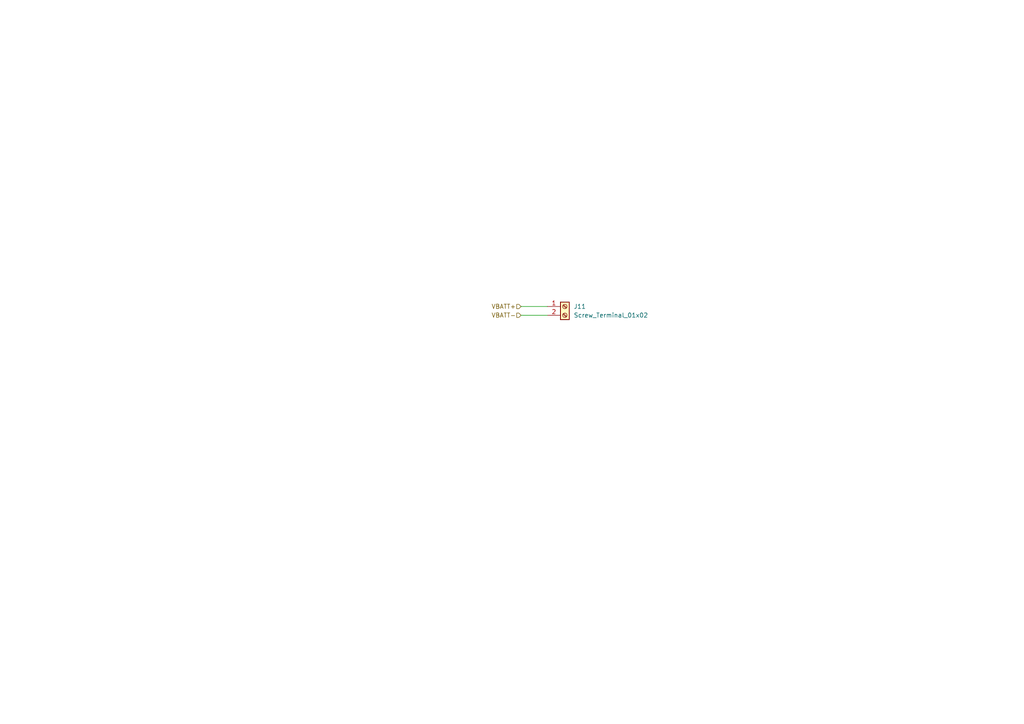
<source format=kicad_sch>
(kicad_sch (version 20231120) (generator "eeschema") (generator_version "8.0")
  (paper "A4")
  (title_block (title "2S2P Battery Config") (date "2025-01-16") (company "University of Alberta") (comment 1 "Max Schatz") (comment 2 "Steven Sager") (comment 3 "Tejas Ravish") (comment 4 "Damien Huskic"))
  (lib_symbols
    (symbol "Connector:Screw_Terminal_01x02" (pin_names (offset 1.016) hide)
      (property "Reference" "J" (at 0 2.54 0))
      (property "Value" "Screw_Terminal_01x02" (at 0 -5.08 0))
      (symbol "Screw_Terminal_01x02_1_1"
        (rectangle (start -1.27 1.27) (end 1.27 -3.81) (stroke (width 0.254)) (fill (type background)))
        (circle (center 0 -2.54) (radius 0.635) (stroke (width 0.1524)))
        (polyline (pts (xy -0.5334 -2.2098) (xy 0.3302 -3.048)) (stroke (width 0.1524)))
        (polyline (pts (xy -0.5334 0.3302) (xy 0.3302 -0.508)) (stroke (width 0.1524)))
        (polyline (pts (xy -0.3556 -2.032) (xy 0.508 -2.8702)) (stroke (width 0.1524)))
        (polyline (pts (xy -0.3556 0.508) (xy 0.508 -0.3302)) (stroke (width 0.1524)))
        (circle (center 0 0) (radius 0.635) (stroke (width 0.1524)))
        (pin passive line (at -5.08 0 0) (length 3.81) (name "Pin_1") (number "1"))
        (pin passive line (at -5.08 -2.54 0) (length 3.81) (name "Pin_2") (number "2"))
      )
    )
  )
  (wire (pts (xy 151.13 91.44) (xy 158.75 91.44)))
  (wire (pts (xy 151.13 88.9) (xy 158.75 88.9)))
  (hierarchical_label "VBATT-" (shape input) (at 151.13 91.44 180))
  (hierarchical_label "VBATT+" (shape input) (at 151.13 88.9 180))
  (symbol (lib_id "Connector:Screw_Terminal_01x02") (at 163.83 88.9 0) (unit 1)
    (property "Reference" "J11" (at 166.37 88.8999 0) (effects (justify left)))
    (property "Value" "Screw_Terminal_01x02" (at 166.37 91.4399 0) (effects (justify left)))
    (property "Description" "Generic screw terminal, single row, 01x02, script generated (kicad-library-utils/schlib/autogen/connector/)" (effects (hide yes)))
  )
)
</source>
